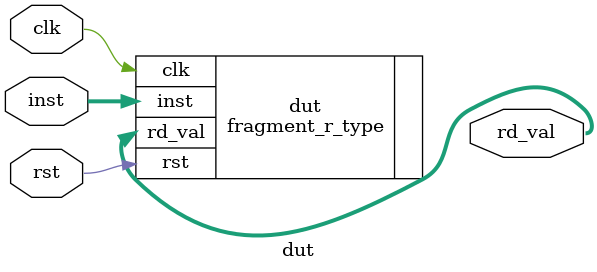
<source format=v>
`timescale 1ns/1ps
module dut (
    input wire clk,
    input wire rst,
    input wire [31:0] inst,
    output wire [31:0] rd_val
);

    fragment_r_type dut (
        .clk(clk),
        .rst(rst),
        .inst(inst),
        .rd_val(rd_val)
    );
    
endmodule
</source>
